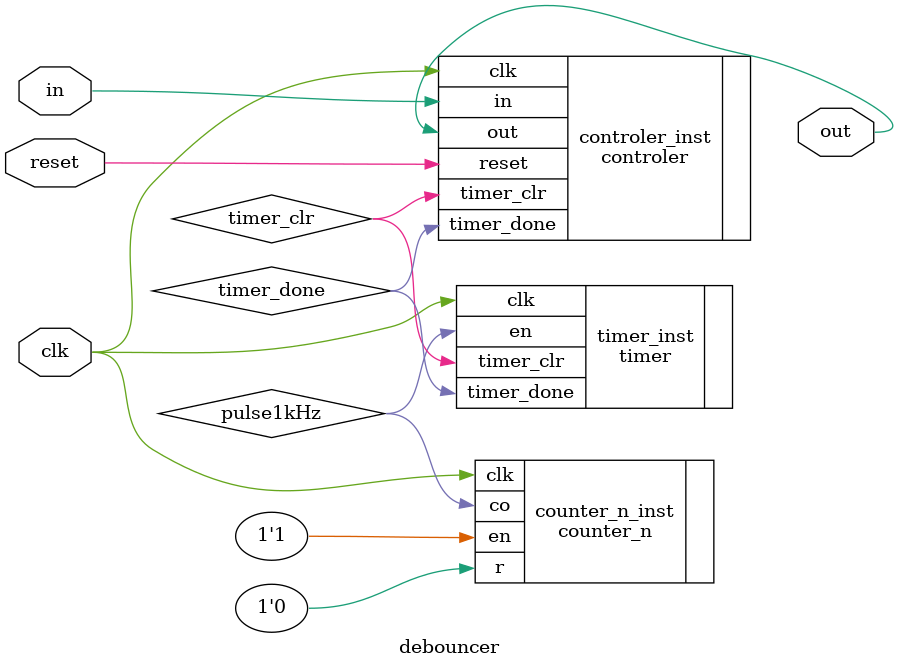
<source format=v>
module debouncer (
    clk,
    in,
    reset,
    out
);
    parameter sim = 0;

    input clk, in, reset;
    output out;

    wire pulse1kHz;
    wire timer_clr, timer_done;

    //åé¢ï¿??
    counter_n #(.n(sim ? 32 : 100000), .counter_bits(sim ? 5 : 17)) 
        counter_n_inst(.clk(clk), .en(1'b1), .r(1'b0), .co(pulse1kHz));

    //åå»ºè®¡æ¶ï¿??
    timer #(.period(10), .count_bits(5)) 
        timer_inst(.clk(clk), .en(pulse1kHz), .timer_clr(timer_clr), .timer_done(timer_done));

    //åå»ºæ§å¶ï¿??
    controler controler_inst(.clk(clk), 
                             .in(in), 
                             .reset(reset), 
                             .timer_clr(timer_clr), 
                             .timer_done(timer_done), 
                             .out(out));
endmodule
</source>
